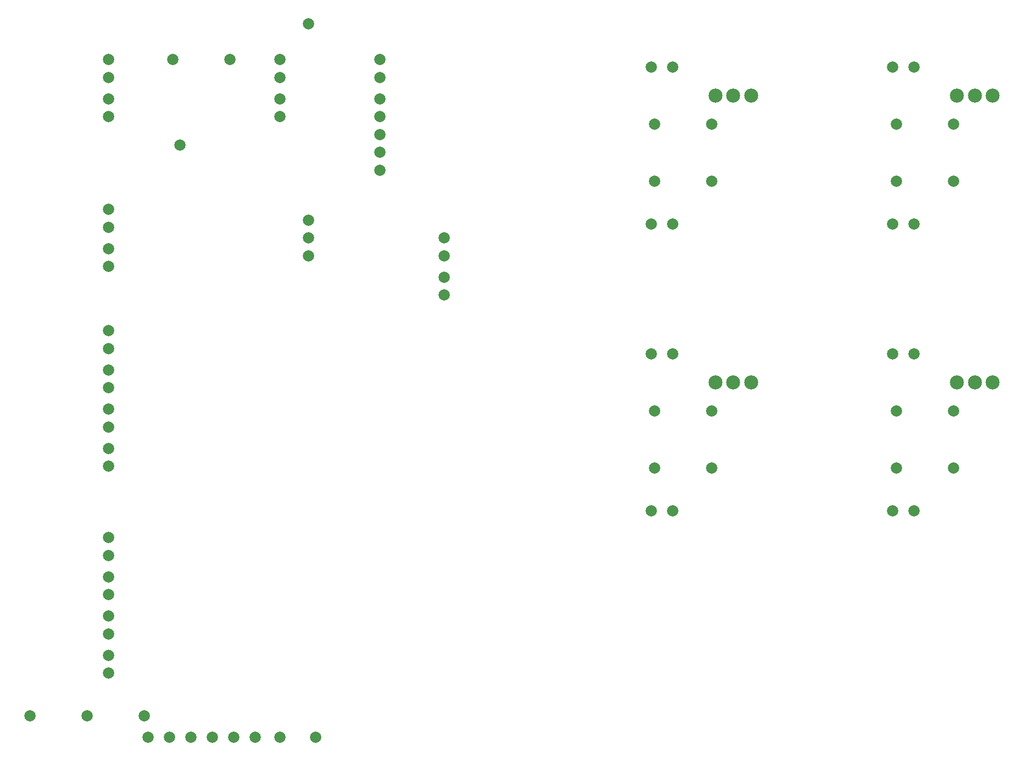
<source format=gbr>
G04 #@! TF.FileFunction,Copper,L1,Top,Signal*
%FSLAX46Y46*%
G04 Gerber Fmt 4.6, Leading zero omitted, Abs format (unit mm)*
G04 Created by KiCad (PCBNEW 4.0.1-stable) date 1/13/2016 10:53:09 PM*
%MOMM*%
G01*
G04 APERTURE LIST*
%ADD10C,0.100000*%
%ADD11C,1.998980*%
%ADD12C,2.499360*%
G04 APERTURE END LIST*
D10*
D11*
X69850000Y-143510000D03*
X68580000Y-51435000D03*
X68580000Y-54610000D03*
X68580000Y-57785000D03*
X68580000Y-16510000D03*
X45720000Y-38100000D03*
X44450000Y-22860000D03*
X54610000Y-22860000D03*
X63500000Y-143510000D03*
X63500000Y-33020000D03*
X63500000Y-29845000D03*
X63500000Y-26035000D03*
X63500000Y-22860000D03*
X29210000Y-139700000D03*
X19050000Y-139700000D03*
X55245000Y-143510000D03*
X59055000Y-143510000D03*
X39370000Y-139700000D03*
X29210000Y-139700000D03*
X47625000Y-143510000D03*
X51435000Y-143510000D03*
X33020000Y-33020000D03*
X33020000Y-29845000D03*
X33020000Y-26035000D03*
X33020000Y-22860000D03*
X33020000Y-132080000D03*
X33020000Y-128905000D03*
X33020000Y-125095000D03*
X33020000Y-121920000D03*
X33020000Y-118110000D03*
X33020000Y-114935000D03*
X33020000Y-111125000D03*
X33020000Y-107950000D03*
X33020000Y-81280000D03*
X33020000Y-78105000D03*
X33020000Y-74295000D03*
X33020000Y-71120000D03*
X33020000Y-95250000D03*
X33020000Y-92075000D03*
X33020000Y-88265000D03*
X33020000Y-85090000D03*
X33020000Y-95250000D03*
X33020000Y-92075000D03*
X33020000Y-88265000D03*
X33020000Y-85090000D03*
X129505000Y-103180000D03*
X133315000Y-103180000D03*
X129505000Y-75240000D03*
X133315000Y-75240000D03*
X130140000Y-85400000D03*
X130140000Y-95560000D03*
X140300000Y-85400000D03*
X140300000Y-95560000D03*
D12*
X140935000Y-80320000D03*
X144110000Y-80320000D03*
X147285000Y-80320000D03*
X183935000Y-80320000D03*
X187110000Y-80320000D03*
X190285000Y-80320000D03*
D11*
X183300000Y-85400000D03*
X183300000Y-95560000D03*
X173140000Y-85400000D03*
X173140000Y-95560000D03*
X172505000Y-75240000D03*
X176315000Y-75240000D03*
X172505000Y-103180000D03*
X176315000Y-103180000D03*
X172505000Y-52180000D03*
X176315000Y-52180000D03*
X172505000Y-24240000D03*
X176315000Y-24240000D03*
X173140000Y-34400000D03*
X173140000Y-44560000D03*
X183300000Y-34400000D03*
X183300000Y-44560000D03*
D12*
X183935000Y-29320000D03*
X187110000Y-29320000D03*
X190285000Y-29320000D03*
X140935000Y-29320000D03*
X144110000Y-29320000D03*
X147285000Y-29320000D03*
D11*
X140300000Y-34400000D03*
X140300000Y-44560000D03*
X130140000Y-34400000D03*
X130140000Y-44560000D03*
X129505000Y-24240000D03*
X133315000Y-24240000D03*
X129505000Y-52180000D03*
X133315000Y-52180000D03*
X33020000Y-59690000D03*
X33020000Y-56515000D03*
X33020000Y-52705000D03*
X33020000Y-49530000D03*
X33020000Y-81280000D03*
X33020000Y-78105000D03*
X33020000Y-74295000D03*
X33020000Y-71120000D03*
X40005000Y-143510000D03*
X43815000Y-143510000D03*
X81280000Y-22860000D03*
X81280000Y-26035000D03*
X81280000Y-29845000D03*
X81280000Y-33020000D03*
X81280000Y-36195000D03*
X81280000Y-39370000D03*
X81280000Y-42545000D03*
X92710000Y-54610000D03*
X92710000Y-57785000D03*
X92710000Y-61595000D03*
X92710000Y-64770000D03*
M02*

</source>
